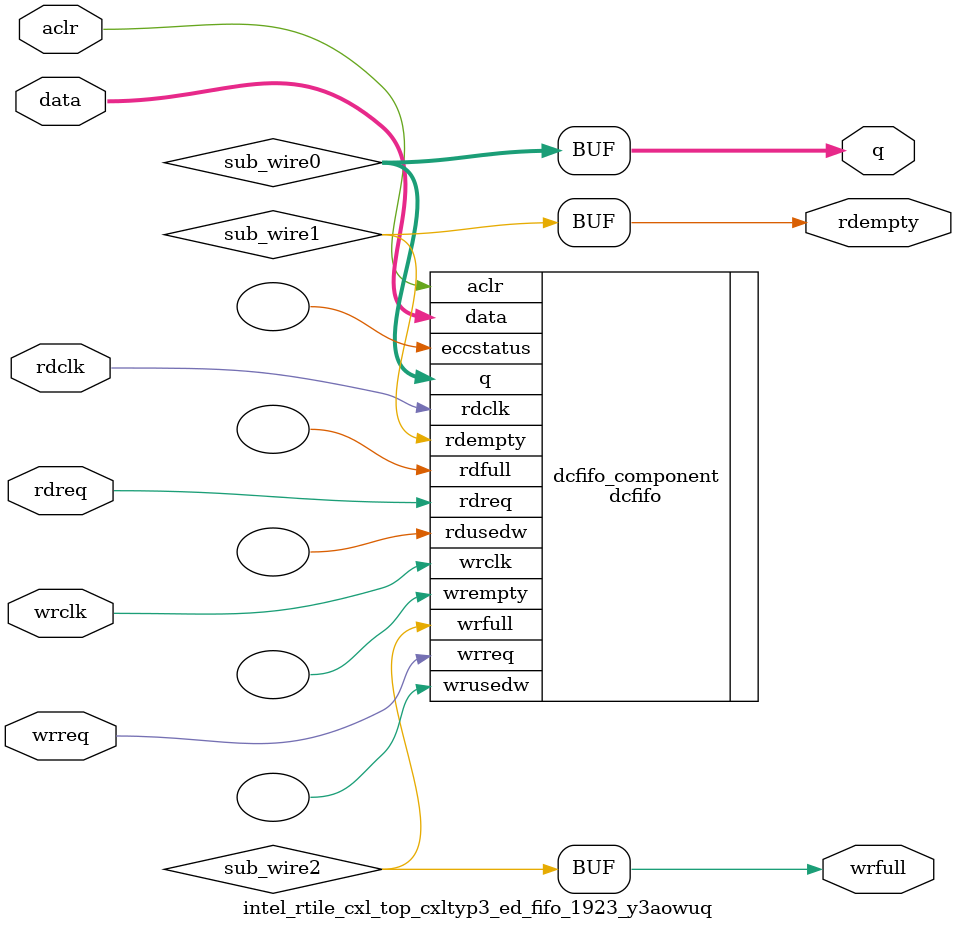
<source format=v>



`timescale 1 ps / 1 ps
// synopsys translate_on
module  intel_rtile_cxl_top_cxltyp3_ed_fifo_1923_y3aowuq  (
    aclr,
    data,
    rdclk,
    rdreq,
    wrclk,
    wrreq,
    q,
    rdempty,
    wrfull);

    input    aclr;
    input  [68:0]  data;
    input    rdclk;
    input    rdreq;
    input    wrclk;
    input    wrreq;
    output [68:0]  q;
    output   rdempty;
    output   wrfull;
`ifndef ALTERA_RESERVED_QIS
// synopsys translate_off
`endif
    tri0     aclr;
`ifndef ALTERA_RESERVED_QIS
// synopsys translate_on
`endif

    wire [68:0] sub_wire0;
    wire  sub_wire1;
    wire  sub_wire2;
    wire [68:0] q = sub_wire0[68:0];
    wire  rdempty = sub_wire1;
    wire  wrfull = sub_wire2;

    dcfifo  dcfifo_component (
                .aclr (aclr),
                .data (data),
                .rdclk (rdclk),
                .rdreq (rdreq),
                .wrclk (wrclk),
                .wrreq (wrreq),
                .q (sub_wire0),
                .rdempty (sub_wire1),
                .wrfull (sub_wire2),
                .eccstatus (),
                .rdfull (),
                .rdusedw (),
                .wrempty (),
                .wrusedw ());
    defparam
        dcfifo_component.enable_ecc  = "FALSE",
        dcfifo_component.intended_device_family  = "Agilex 7",
        dcfifo_component.lpm_hint  = "DISABLE_DCFIFO_EMBEDDED_TIMING_CONSTRAINT=TRUE",
        dcfifo_component.lpm_numwords  = 8,
        dcfifo_component.lpm_showahead  = "ON",
        dcfifo_component.lpm_type  = "dcfifo",
        dcfifo_component.lpm_width  = 69,
        dcfifo_component.lpm_widthu  = 3,
        dcfifo_component.overflow_checking  = "ON",
        dcfifo_component.rdsync_delaypipe  = 5,
        dcfifo_component.read_aclr_synch  = "OFF",
        dcfifo_component.underflow_checking  = "ON",
        dcfifo_component.use_eab  = "ON",
        dcfifo_component.write_aclr_synch  = "ON",
        dcfifo_component.wrsync_delaypipe  = 5;


endmodule



</source>
